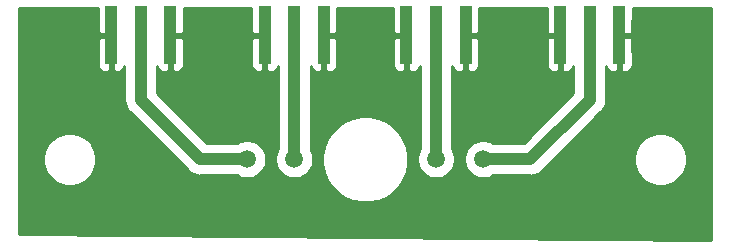
<source format=gbr>
%TF.GenerationSoftware,KiCad,Pcbnew,5.99.0-unknown-bf8a020501~134~ubuntu20.04.1*%
%TF.CreationDate,2022-04-02T16:14:00-07:00*%
%TF.ProjectId,kelvin-probe,6b656c76-696e-42d7-9072-6f62652e6b69,rev?*%
%TF.SameCoordinates,Original*%
%TF.FileFunction,Copper,L1,Top*%
%TF.FilePolarity,Positive*%
%FSLAX46Y46*%
G04 Gerber Fmt 4.6, Leading zero omitted, Abs format (unit mm)*
G04 Created by KiCad (PCBNEW 5.99.0-unknown-bf8a020501~134~ubuntu20.04.1) date 2022-04-02 16:14:00*
%MOMM*%
%LPD*%
G01*
G04 APERTURE LIST*
%TA.AperFunction,ConnectorPad*%
%ADD10R,1.000000X5.000000*%
%TD*%
%TA.AperFunction,ViaPad*%
%ADD11C,1.500000*%
%TD*%
%TA.AperFunction,Conductor*%
%ADD12C,1.000000*%
%TD*%
%TA.AperFunction,Conductor*%
%ADD13C,0.254000*%
%TD*%
G04 APERTURE END LIST*
D10*
%TO.P,J4,2*%
%TO.N,GND*%
X81000000Y-49000000D03*
%TO.P,J4,1*%
%TO.N,Net-(J4-Pad1)*%
X83500000Y-49000000D03*
%TO.P,J4,2*%
%TO.N,GND*%
X86000000Y-49000000D03*
%TD*%
%TO.P,J3,2*%
%TO.N,GND*%
X94000000Y-49000000D03*
%TO.P,J3,1*%
%TO.N,Net-(IP2-Pad1)*%
X96500000Y-49000000D03*
%TO.P,J3,2*%
%TO.N,GND*%
X99000000Y-49000000D03*
%TD*%
%TO.P,J2,2*%
%TO.N,GND*%
X69000000Y-49000000D03*
%TO.P,J2,1*%
%TO.N,Net-(J2-Pad1)*%
X71500000Y-49000000D03*
%TO.P,J2,2*%
%TO.N,GND*%
X74000000Y-49000000D03*
%TD*%
%TO.P,J1,2*%
%TO.N,GND*%
X56000000Y-49000000D03*
%TO.P,J1,1*%
%TO.N,Net-(IP1-Pad1)*%
X58500000Y-49000000D03*
%TO.P,J1,2*%
%TO.N,GND*%
X61000000Y-49000000D03*
%TD*%
D11*
%TO.N,Net-(IP1-Pad1)*%
X67500000Y-59500000D03*
%TO.N,Net-(J2-Pad1)*%
X71500000Y-59500000D03*
%TO.N,Net-(IP2-Pad1)*%
X87500000Y-59500000D03*
%TO.N,Net-(J4-Pad1)*%
X83500000Y-59500000D03*
%TD*%
D12*
%TO.N,Net-(IP1-Pad1)*%
X67500000Y-59500000D02*
X63500000Y-59500000D01*
X63500000Y-59500000D02*
X58500000Y-54500000D01*
X58500000Y-54500000D02*
X58500000Y-49000000D01*
%TO.N,Net-(J2-Pad1)*%
X71500000Y-59500000D02*
X71500000Y-49000000D01*
%TO.N,Net-(IP2-Pad1)*%
X87500000Y-59500000D02*
X91500000Y-59500000D01*
X96500000Y-54500000D02*
X96500000Y-49000000D01*
X91500000Y-59500000D02*
X96500000Y-54500000D01*
%TO.N,Net-(J4-Pad1)*%
X83500000Y-59500000D02*
X83500000Y-49000000D01*
%TD*%
%TO.N,GND*%
D13*
X54865000Y-48714250D02*
X55023750Y-48873000D01*
X55873000Y-48873000D01*
X55873000Y-48853000D01*
X56127000Y-48853000D01*
X56127000Y-48873000D01*
X56147000Y-48873000D01*
X56147000Y-49127000D01*
X56127000Y-49127000D01*
X56127000Y-51976250D01*
X56285750Y-52135000D01*
X56500000Y-52138072D01*
X56624482Y-52125812D01*
X56744180Y-52089502D01*
X56854494Y-52030537D01*
X56951185Y-51951185D01*
X57030537Y-51854494D01*
X57089502Y-51744180D01*
X57123001Y-51633750D01*
X57123000Y-54432360D01*
X57116338Y-54500000D01*
X57142925Y-54769939D01*
X57221663Y-55029504D01*
X57349527Y-55268720D01*
X57521603Y-55478396D01*
X57574146Y-55521517D01*
X62478483Y-60425855D01*
X62521603Y-60478397D01*
X62731279Y-60650473D01*
X62943248Y-60763773D01*
X62970495Y-60778337D01*
X63230060Y-60857075D01*
X63500000Y-60883662D01*
X63567640Y-60877000D01*
X66632305Y-60877000D01*
X66729327Y-60941828D01*
X67025422Y-61064475D01*
X67339755Y-61127000D01*
X67660245Y-61127000D01*
X67974578Y-61064475D01*
X68270673Y-60941828D01*
X68537152Y-60763773D01*
X68763773Y-60537152D01*
X68941828Y-60270673D01*
X69064475Y-59974578D01*
X69127000Y-59660245D01*
X69127000Y-59339755D01*
X69064475Y-59025422D01*
X68941828Y-58729327D01*
X68763773Y-58462848D01*
X68537152Y-58236227D01*
X68270673Y-58058172D01*
X67974578Y-57935525D01*
X67660245Y-57873000D01*
X67339755Y-57873000D01*
X67025422Y-57935525D01*
X66729327Y-58058172D01*
X66632305Y-58123000D01*
X64070372Y-58123000D01*
X59877000Y-53929629D01*
X59877000Y-51633752D01*
X59910498Y-51744180D01*
X59969463Y-51854494D01*
X60048815Y-51951185D01*
X60145506Y-52030537D01*
X60255820Y-52089502D01*
X60375518Y-52125812D01*
X60500000Y-52138072D01*
X60714250Y-52135000D01*
X60873000Y-51976250D01*
X60873000Y-49127000D01*
X61127000Y-49127000D01*
X61127000Y-51976250D01*
X61285750Y-52135000D01*
X61500000Y-52138072D01*
X61624482Y-52125812D01*
X61744180Y-52089502D01*
X61854494Y-52030537D01*
X61951185Y-51951185D01*
X62030537Y-51854494D01*
X62089502Y-51744180D01*
X62125812Y-51624482D01*
X62138072Y-51500000D01*
X67861928Y-51500000D01*
X67874188Y-51624482D01*
X67910498Y-51744180D01*
X67969463Y-51854494D01*
X68048815Y-51951185D01*
X68145506Y-52030537D01*
X68255820Y-52089502D01*
X68375518Y-52125812D01*
X68500000Y-52138072D01*
X68714250Y-52135000D01*
X68873000Y-51976250D01*
X68873000Y-49127000D01*
X68023750Y-49127000D01*
X67865000Y-49285750D01*
X67861928Y-51500000D01*
X62138072Y-51500000D01*
X62135000Y-49285750D01*
X61976250Y-49127000D01*
X61127000Y-49127000D01*
X60873000Y-49127000D01*
X60853000Y-49127000D01*
X60853000Y-48873000D01*
X60873000Y-48873000D01*
X60873000Y-48853000D01*
X61127000Y-48853000D01*
X61127000Y-48873000D01*
X61976250Y-48873000D01*
X62135000Y-48714250D01*
X62137815Y-46685000D01*
X67862185Y-46685000D01*
X67865000Y-48714250D01*
X68023750Y-48873000D01*
X68873000Y-48873000D01*
X68873000Y-48853000D01*
X69127000Y-48853000D01*
X69127000Y-48873000D01*
X69147000Y-48873000D01*
X69147000Y-49127000D01*
X69127000Y-49127000D01*
X69127000Y-51976250D01*
X69285750Y-52135000D01*
X69500000Y-52138072D01*
X69624482Y-52125812D01*
X69744180Y-52089502D01*
X69854494Y-52030537D01*
X69951185Y-51951185D01*
X70030537Y-51854494D01*
X70089502Y-51744180D01*
X70123001Y-51633750D01*
X70123000Y-58632305D01*
X70058172Y-58729327D01*
X69935525Y-59025422D01*
X69873000Y-59339755D01*
X69873000Y-59660245D01*
X69935525Y-59974578D01*
X70058172Y-60270673D01*
X70236227Y-60537152D01*
X70462848Y-60763773D01*
X70729327Y-60941828D01*
X71025422Y-61064475D01*
X71339755Y-61127000D01*
X71660245Y-61127000D01*
X71974578Y-61064475D01*
X72270673Y-60941828D01*
X72537152Y-60763773D01*
X72763773Y-60537152D01*
X72941828Y-60270673D01*
X73064475Y-59974578D01*
X73127000Y-59660245D01*
X73127000Y-59339755D01*
X73087127Y-59139297D01*
X73837720Y-59139297D01*
X73837720Y-59860703D01*
X73978460Y-60568248D01*
X74254530Y-61234740D01*
X74655322Y-61834567D01*
X75165433Y-62344678D01*
X75765260Y-62745470D01*
X76431752Y-63021540D01*
X77139297Y-63162280D01*
X77860703Y-63162280D01*
X78568248Y-63021540D01*
X79234740Y-62745470D01*
X79834567Y-62344678D01*
X80344678Y-61834567D01*
X80745470Y-61234740D01*
X81021540Y-60568248D01*
X81162280Y-59860703D01*
X81162280Y-59139297D01*
X81021540Y-58431752D01*
X80745470Y-57765260D01*
X80344678Y-57165433D01*
X79834567Y-56655322D01*
X79234740Y-56254530D01*
X78568248Y-55978460D01*
X77860703Y-55837720D01*
X77139297Y-55837720D01*
X76431752Y-55978460D01*
X75765260Y-56254530D01*
X75165433Y-56655322D01*
X74655322Y-57165433D01*
X74254530Y-57765260D01*
X73978460Y-58431752D01*
X73837720Y-59139297D01*
X73087127Y-59139297D01*
X73064475Y-59025422D01*
X72941828Y-58729327D01*
X72877000Y-58632305D01*
X72877000Y-51633752D01*
X72910498Y-51744180D01*
X72969463Y-51854494D01*
X73048815Y-51951185D01*
X73145506Y-52030537D01*
X73255820Y-52089502D01*
X73375518Y-52125812D01*
X73500000Y-52138072D01*
X73714250Y-52135000D01*
X73873000Y-51976250D01*
X73873000Y-49127000D01*
X74127000Y-49127000D01*
X74127000Y-51976250D01*
X74285750Y-52135000D01*
X74500000Y-52138072D01*
X74624482Y-52125812D01*
X74744180Y-52089502D01*
X74854494Y-52030537D01*
X74951185Y-51951185D01*
X75030537Y-51854494D01*
X75089502Y-51744180D01*
X75125812Y-51624482D01*
X75138072Y-51500000D01*
X79861928Y-51500000D01*
X79874188Y-51624482D01*
X79910498Y-51744180D01*
X79969463Y-51854494D01*
X80048815Y-51951185D01*
X80145506Y-52030537D01*
X80255820Y-52089502D01*
X80375518Y-52125812D01*
X80500000Y-52138072D01*
X80714250Y-52135000D01*
X80873000Y-51976250D01*
X80873000Y-49127000D01*
X80023750Y-49127000D01*
X79865000Y-49285750D01*
X79861928Y-51500000D01*
X75138072Y-51500000D01*
X75135000Y-49285750D01*
X74976250Y-49127000D01*
X74127000Y-49127000D01*
X73873000Y-49127000D01*
X73853000Y-49127000D01*
X73853000Y-48873000D01*
X73873000Y-48873000D01*
X73873000Y-48853000D01*
X74127000Y-48853000D01*
X74127000Y-48873000D01*
X74976250Y-48873000D01*
X75135000Y-48714250D01*
X75137815Y-46685000D01*
X79862185Y-46685000D01*
X79865000Y-48714250D01*
X80023750Y-48873000D01*
X80873000Y-48873000D01*
X80873000Y-48853000D01*
X81127000Y-48853000D01*
X81127000Y-48873000D01*
X81147000Y-48873000D01*
X81147000Y-49127000D01*
X81127000Y-49127000D01*
X81127000Y-51976250D01*
X81285750Y-52135000D01*
X81500000Y-52138072D01*
X81624482Y-52125812D01*
X81744180Y-52089502D01*
X81854494Y-52030537D01*
X81951185Y-51951185D01*
X82030537Y-51854494D01*
X82089502Y-51744180D01*
X82123001Y-51633750D01*
X82123000Y-58632305D01*
X82058172Y-58729327D01*
X81935525Y-59025422D01*
X81873000Y-59339755D01*
X81873000Y-59660245D01*
X81935525Y-59974578D01*
X82058172Y-60270673D01*
X82236227Y-60537152D01*
X82462848Y-60763773D01*
X82729327Y-60941828D01*
X83025422Y-61064475D01*
X83339755Y-61127000D01*
X83660245Y-61127000D01*
X83974578Y-61064475D01*
X84270673Y-60941828D01*
X84537152Y-60763773D01*
X84763773Y-60537152D01*
X84941828Y-60270673D01*
X85064475Y-59974578D01*
X85127000Y-59660245D01*
X85127000Y-59339755D01*
X85064475Y-59025422D01*
X84941828Y-58729327D01*
X84877000Y-58632305D01*
X84877000Y-51633752D01*
X84910498Y-51744180D01*
X84969463Y-51854494D01*
X85048815Y-51951185D01*
X85145506Y-52030537D01*
X85255820Y-52089502D01*
X85375518Y-52125812D01*
X85500000Y-52138072D01*
X85714250Y-52135000D01*
X85873000Y-51976250D01*
X85873000Y-49127000D01*
X86127000Y-49127000D01*
X86127000Y-51976250D01*
X86285750Y-52135000D01*
X86500000Y-52138072D01*
X86624482Y-52125812D01*
X86744180Y-52089502D01*
X86854494Y-52030537D01*
X86951185Y-51951185D01*
X87030537Y-51854494D01*
X87089502Y-51744180D01*
X87125812Y-51624482D01*
X87138072Y-51500000D01*
X92861928Y-51500000D01*
X92874188Y-51624482D01*
X92910498Y-51744180D01*
X92969463Y-51854494D01*
X93048815Y-51951185D01*
X93145506Y-52030537D01*
X93255820Y-52089502D01*
X93375518Y-52125812D01*
X93500000Y-52138072D01*
X93714250Y-52135000D01*
X93873000Y-51976250D01*
X93873000Y-49127000D01*
X93023750Y-49127000D01*
X92865000Y-49285750D01*
X92861928Y-51500000D01*
X87138072Y-51500000D01*
X87135000Y-49285750D01*
X86976250Y-49127000D01*
X86127000Y-49127000D01*
X85873000Y-49127000D01*
X85853000Y-49127000D01*
X85853000Y-48873000D01*
X85873000Y-48873000D01*
X85873000Y-48853000D01*
X86127000Y-48853000D01*
X86127000Y-48873000D01*
X86976250Y-48873000D01*
X87135000Y-48714250D01*
X87137815Y-46685000D01*
X92862185Y-46685000D01*
X92865000Y-48714250D01*
X93023750Y-48873000D01*
X93873000Y-48873000D01*
X93873000Y-48853000D01*
X94127000Y-48853000D01*
X94127000Y-48873000D01*
X94147000Y-48873000D01*
X94147000Y-49127000D01*
X94127000Y-49127000D01*
X94127000Y-51976250D01*
X94285750Y-52135000D01*
X94500000Y-52138072D01*
X94624482Y-52125812D01*
X94744180Y-52089502D01*
X94854494Y-52030537D01*
X94951185Y-51951185D01*
X95030537Y-51854494D01*
X95089502Y-51744180D01*
X95123001Y-51633750D01*
X95123000Y-53929628D01*
X90929629Y-58123000D01*
X88367695Y-58123000D01*
X88270673Y-58058172D01*
X87974578Y-57935525D01*
X87660245Y-57873000D01*
X87339755Y-57873000D01*
X87025422Y-57935525D01*
X86729327Y-58058172D01*
X86462848Y-58236227D01*
X86236227Y-58462848D01*
X86058172Y-58729327D01*
X85935525Y-59025422D01*
X85873000Y-59339755D01*
X85873000Y-59660245D01*
X85935525Y-59974578D01*
X86058172Y-60270673D01*
X86236227Y-60537152D01*
X86462848Y-60763773D01*
X86729327Y-60941828D01*
X87025422Y-61064475D01*
X87339755Y-61127000D01*
X87660245Y-61127000D01*
X87974578Y-61064475D01*
X88270673Y-60941828D01*
X88367695Y-60877000D01*
X91432360Y-60877000D01*
X91500000Y-60883662D01*
X91769939Y-60857075D01*
X92029505Y-60778337D01*
X92268721Y-60650473D01*
X92478397Y-60478397D01*
X92521521Y-60425850D01*
X93669001Y-59278370D01*
X100249749Y-59278370D01*
X100249749Y-59721630D01*
X100336225Y-60156374D01*
X100505853Y-60565894D01*
X100752116Y-60934451D01*
X101065549Y-61247884D01*
X101434106Y-61494147D01*
X101843626Y-61663775D01*
X102278370Y-61750251D01*
X102721630Y-61750251D01*
X103156374Y-61663775D01*
X103565894Y-61494147D01*
X103934451Y-61247884D01*
X104247884Y-60934451D01*
X104494147Y-60565894D01*
X104663775Y-60156374D01*
X104750251Y-59721630D01*
X104750251Y-59278370D01*
X104663775Y-58843626D01*
X104494147Y-58434106D01*
X104247884Y-58065549D01*
X103934451Y-57752116D01*
X103565894Y-57505853D01*
X103156374Y-57336225D01*
X102721630Y-57249749D01*
X102278370Y-57249749D01*
X101843626Y-57336225D01*
X101434106Y-57505853D01*
X101065549Y-57752116D01*
X100752116Y-58065549D01*
X100505853Y-58434106D01*
X100336225Y-58843626D01*
X100249749Y-59278370D01*
X93669001Y-59278370D01*
X97425860Y-55521512D01*
X97478396Y-55478397D01*
X97650473Y-55268721D01*
X97778337Y-55029505D01*
X97857075Y-54769939D01*
X97877000Y-54567640D01*
X97877000Y-54567639D01*
X97883662Y-54500000D01*
X97877000Y-54432360D01*
X97877000Y-51633752D01*
X97910498Y-51744180D01*
X97969463Y-51854494D01*
X98048815Y-51951185D01*
X98145506Y-52030537D01*
X98255820Y-52089502D01*
X98375518Y-52125812D01*
X98500000Y-52138072D01*
X98714250Y-52135000D01*
X98873000Y-51976250D01*
X98873000Y-49127000D01*
X99127000Y-49127000D01*
X99127000Y-51976250D01*
X99285750Y-52135000D01*
X99500000Y-52138072D01*
X99624482Y-52125812D01*
X99744180Y-52089502D01*
X99854494Y-52030537D01*
X99951185Y-51951185D01*
X100030537Y-51854494D01*
X100089502Y-51744180D01*
X100125812Y-51624482D01*
X100138072Y-51500000D01*
X100135000Y-49285750D01*
X99976250Y-49127000D01*
X99127000Y-49127000D01*
X98873000Y-49127000D01*
X98853000Y-49127000D01*
X98853000Y-48873000D01*
X98873000Y-48873000D01*
X98873000Y-48853000D01*
X99127000Y-48853000D01*
X99127000Y-48873000D01*
X99976250Y-48873000D01*
X100135000Y-48714250D01*
X100137815Y-46685000D01*
X106815000Y-46685000D01*
X106815001Y-66309269D01*
X48185000Y-65820685D01*
X48185000Y-59278370D01*
X50249749Y-59278370D01*
X50249749Y-59721630D01*
X50336225Y-60156374D01*
X50505853Y-60565894D01*
X50752116Y-60934451D01*
X51065549Y-61247884D01*
X51434106Y-61494147D01*
X51843626Y-61663775D01*
X52278370Y-61750251D01*
X52721630Y-61750251D01*
X53156374Y-61663775D01*
X53565894Y-61494147D01*
X53934451Y-61247884D01*
X54247884Y-60934451D01*
X54494147Y-60565894D01*
X54663775Y-60156374D01*
X54750251Y-59721630D01*
X54750251Y-59278370D01*
X54663775Y-58843626D01*
X54494147Y-58434106D01*
X54247884Y-58065549D01*
X53934451Y-57752116D01*
X53565894Y-57505853D01*
X53156374Y-57336225D01*
X52721630Y-57249749D01*
X52278370Y-57249749D01*
X51843626Y-57336225D01*
X51434106Y-57505853D01*
X51065549Y-57752116D01*
X50752116Y-58065549D01*
X50505853Y-58434106D01*
X50336225Y-58843626D01*
X50249749Y-59278370D01*
X48185000Y-59278370D01*
X48185000Y-51500000D01*
X54861928Y-51500000D01*
X54874188Y-51624482D01*
X54910498Y-51744180D01*
X54969463Y-51854494D01*
X55048815Y-51951185D01*
X55145506Y-52030537D01*
X55255820Y-52089502D01*
X55375518Y-52125812D01*
X55500000Y-52138072D01*
X55714250Y-52135000D01*
X55873000Y-51976250D01*
X55873000Y-49127000D01*
X55023750Y-49127000D01*
X54865000Y-49285750D01*
X54861928Y-51500000D01*
X48185000Y-51500000D01*
X48185000Y-46685000D01*
X54862185Y-46685000D01*
X54865000Y-48714250D02*
X54862185Y-46685000D01*
%TA.AperFunction,Conductor*%
G36*
X54865000Y-48714250D02*
G01*
X55023750Y-48873000D01*
X55873000Y-48873000D01*
X55873000Y-48853000D01*
X56127000Y-48853000D01*
X56127000Y-48873000D01*
X56147000Y-48873000D01*
X56147000Y-49127000D01*
X56127000Y-49127000D01*
X56127000Y-51976250D01*
X56285750Y-52135000D01*
X56500000Y-52138072D01*
X56624482Y-52125812D01*
X56744180Y-52089502D01*
X56854494Y-52030537D01*
X56951185Y-51951185D01*
X57030537Y-51854494D01*
X57089502Y-51744180D01*
X57123001Y-51633750D01*
X57123000Y-54432360D01*
X57116338Y-54500000D01*
X57142925Y-54769939D01*
X57221663Y-55029504D01*
X57349527Y-55268720D01*
X57521603Y-55478396D01*
X57574146Y-55521517D01*
X62478483Y-60425855D01*
X62521603Y-60478397D01*
X62731279Y-60650473D01*
X62943248Y-60763773D01*
X62970495Y-60778337D01*
X63230060Y-60857075D01*
X63500000Y-60883662D01*
X63567640Y-60877000D01*
X66632305Y-60877000D01*
X66729327Y-60941828D01*
X67025422Y-61064475D01*
X67339755Y-61127000D01*
X67660245Y-61127000D01*
X67974578Y-61064475D01*
X68270673Y-60941828D01*
X68537152Y-60763773D01*
X68763773Y-60537152D01*
X68941828Y-60270673D01*
X69064475Y-59974578D01*
X69127000Y-59660245D01*
X69127000Y-59339755D01*
X69064475Y-59025422D01*
X68941828Y-58729327D01*
X68763773Y-58462848D01*
X68537152Y-58236227D01*
X68270673Y-58058172D01*
X67974578Y-57935525D01*
X67660245Y-57873000D01*
X67339755Y-57873000D01*
X67025422Y-57935525D01*
X66729327Y-58058172D01*
X66632305Y-58123000D01*
X64070372Y-58123000D01*
X59877000Y-53929629D01*
X59877000Y-51633752D01*
X59910498Y-51744180D01*
X59969463Y-51854494D01*
X60048815Y-51951185D01*
X60145506Y-52030537D01*
X60255820Y-52089502D01*
X60375518Y-52125812D01*
X60500000Y-52138072D01*
X60714250Y-52135000D01*
X60873000Y-51976250D01*
X60873000Y-49127000D01*
X61127000Y-49127000D01*
X61127000Y-51976250D01*
X61285750Y-52135000D01*
X61500000Y-52138072D01*
X61624482Y-52125812D01*
X61744180Y-52089502D01*
X61854494Y-52030537D01*
X61951185Y-51951185D01*
X62030537Y-51854494D01*
X62089502Y-51744180D01*
X62125812Y-51624482D01*
X62138072Y-51500000D01*
X67861928Y-51500000D01*
X67874188Y-51624482D01*
X67910498Y-51744180D01*
X67969463Y-51854494D01*
X68048815Y-51951185D01*
X68145506Y-52030537D01*
X68255820Y-52089502D01*
X68375518Y-52125812D01*
X68500000Y-52138072D01*
X68714250Y-52135000D01*
X68873000Y-51976250D01*
X68873000Y-49127000D01*
X68023750Y-49127000D01*
X67865000Y-49285750D01*
X67861928Y-51500000D01*
X62138072Y-51500000D01*
X62135000Y-49285750D01*
X61976250Y-49127000D01*
X61127000Y-49127000D01*
X60873000Y-49127000D01*
X60853000Y-49127000D01*
X60853000Y-48873000D01*
X60873000Y-48873000D01*
X60873000Y-48853000D01*
X61127000Y-48853000D01*
X61127000Y-48873000D01*
X61976250Y-48873000D01*
X62135000Y-48714250D01*
X62137815Y-46685000D01*
X67862185Y-46685000D01*
X67865000Y-48714250D01*
X68023750Y-48873000D01*
X68873000Y-48873000D01*
X68873000Y-48853000D01*
X69127000Y-48853000D01*
X69127000Y-48873000D01*
X69147000Y-48873000D01*
X69147000Y-49127000D01*
X69127000Y-49127000D01*
X69127000Y-51976250D01*
X69285750Y-52135000D01*
X69500000Y-52138072D01*
X69624482Y-52125812D01*
X69744180Y-52089502D01*
X69854494Y-52030537D01*
X69951185Y-51951185D01*
X70030537Y-51854494D01*
X70089502Y-51744180D01*
X70123001Y-51633750D01*
X70123000Y-58632305D01*
X70058172Y-58729327D01*
X69935525Y-59025422D01*
X69873000Y-59339755D01*
X69873000Y-59660245D01*
X69935525Y-59974578D01*
X70058172Y-60270673D01*
X70236227Y-60537152D01*
X70462848Y-60763773D01*
X70729327Y-60941828D01*
X71025422Y-61064475D01*
X71339755Y-61127000D01*
X71660245Y-61127000D01*
X71974578Y-61064475D01*
X72270673Y-60941828D01*
X72537152Y-60763773D01*
X72763773Y-60537152D01*
X72941828Y-60270673D01*
X73064475Y-59974578D01*
X73127000Y-59660245D01*
X73127000Y-59339755D01*
X73087127Y-59139297D01*
X73837720Y-59139297D01*
X73837720Y-59860703D01*
X73978460Y-60568248D01*
X74254530Y-61234740D01*
X74655322Y-61834567D01*
X75165433Y-62344678D01*
X75765260Y-62745470D01*
X76431752Y-63021540D01*
X77139297Y-63162280D01*
X77860703Y-63162280D01*
X78568248Y-63021540D01*
X79234740Y-62745470D01*
X79834567Y-62344678D01*
X80344678Y-61834567D01*
X80745470Y-61234740D01*
X81021540Y-60568248D01*
X81162280Y-59860703D01*
X81162280Y-59139297D01*
X81021540Y-58431752D01*
X80745470Y-57765260D01*
X80344678Y-57165433D01*
X79834567Y-56655322D01*
X79234740Y-56254530D01*
X78568248Y-55978460D01*
X77860703Y-55837720D01*
X77139297Y-55837720D01*
X76431752Y-55978460D01*
X75765260Y-56254530D01*
X75165433Y-56655322D01*
X74655322Y-57165433D01*
X74254530Y-57765260D01*
X73978460Y-58431752D01*
X73837720Y-59139297D01*
X73087127Y-59139297D01*
X73064475Y-59025422D01*
X72941828Y-58729327D01*
X72877000Y-58632305D01*
X72877000Y-51633752D01*
X72910498Y-51744180D01*
X72969463Y-51854494D01*
X73048815Y-51951185D01*
X73145506Y-52030537D01*
X73255820Y-52089502D01*
X73375518Y-52125812D01*
X73500000Y-52138072D01*
X73714250Y-52135000D01*
X73873000Y-51976250D01*
X73873000Y-49127000D01*
X74127000Y-49127000D01*
X74127000Y-51976250D01*
X74285750Y-52135000D01*
X74500000Y-52138072D01*
X74624482Y-52125812D01*
X74744180Y-52089502D01*
X74854494Y-52030537D01*
X74951185Y-51951185D01*
X75030537Y-51854494D01*
X75089502Y-51744180D01*
X75125812Y-51624482D01*
X75138072Y-51500000D01*
X79861928Y-51500000D01*
X79874188Y-51624482D01*
X79910498Y-51744180D01*
X79969463Y-51854494D01*
X80048815Y-51951185D01*
X80145506Y-52030537D01*
X80255820Y-52089502D01*
X80375518Y-52125812D01*
X80500000Y-52138072D01*
X80714250Y-52135000D01*
X80873000Y-51976250D01*
X80873000Y-49127000D01*
X80023750Y-49127000D01*
X79865000Y-49285750D01*
X79861928Y-51500000D01*
X75138072Y-51500000D01*
X75135000Y-49285750D01*
X74976250Y-49127000D01*
X74127000Y-49127000D01*
X73873000Y-49127000D01*
X73853000Y-49127000D01*
X73853000Y-48873000D01*
X73873000Y-48873000D01*
X73873000Y-48853000D01*
X74127000Y-48853000D01*
X74127000Y-48873000D01*
X74976250Y-48873000D01*
X75135000Y-48714250D01*
X75137815Y-46685000D01*
X79862185Y-46685000D01*
X79865000Y-48714250D01*
X80023750Y-48873000D01*
X80873000Y-48873000D01*
X80873000Y-48853000D01*
X81127000Y-48853000D01*
X81127000Y-48873000D01*
X81147000Y-48873000D01*
X81147000Y-49127000D01*
X81127000Y-49127000D01*
X81127000Y-51976250D01*
X81285750Y-52135000D01*
X81500000Y-52138072D01*
X81624482Y-52125812D01*
X81744180Y-52089502D01*
X81854494Y-52030537D01*
X81951185Y-51951185D01*
X82030537Y-51854494D01*
X82089502Y-51744180D01*
X82123001Y-51633750D01*
X82123000Y-58632305D01*
X82058172Y-58729327D01*
X81935525Y-59025422D01*
X81873000Y-59339755D01*
X81873000Y-59660245D01*
X81935525Y-59974578D01*
X82058172Y-60270673D01*
X82236227Y-60537152D01*
X82462848Y-60763773D01*
X82729327Y-60941828D01*
X83025422Y-61064475D01*
X83339755Y-61127000D01*
X83660245Y-61127000D01*
X83974578Y-61064475D01*
X84270673Y-60941828D01*
X84537152Y-60763773D01*
X84763773Y-60537152D01*
X84941828Y-60270673D01*
X85064475Y-59974578D01*
X85127000Y-59660245D01*
X85127000Y-59339755D01*
X85064475Y-59025422D01*
X84941828Y-58729327D01*
X84877000Y-58632305D01*
X84877000Y-51633752D01*
X84910498Y-51744180D01*
X84969463Y-51854494D01*
X85048815Y-51951185D01*
X85145506Y-52030537D01*
X85255820Y-52089502D01*
X85375518Y-52125812D01*
X85500000Y-52138072D01*
X85714250Y-52135000D01*
X85873000Y-51976250D01*
X85873000Y-49127000D01*
X86127000Y-49127000D01*
X86127000Y-51976250D01*
X86285750Y-52135000D01*
X86500000Y-52138072D01*
X86624482Y-52125812D01*
X86744180Y-52089502D01*
X86854494Y-52030537D01*
X86951185Y-51951185D01*
X87030537Y-51854494D01*
X87089502Y-51744180D01*
X87125812Y-51624482D01*
X87138072Y-51500000D01*
X92861928Y-51500000D01*
X92874188Y-51624482D01*
X92910498Y-51744180D01*
X92969463Y-51854494D01*
X93048815Y-51951185D01*
X93145506Y-52030537D01*
X93255820Y-52089502D01*
X93375518Y-52125812D01*
X93500000Y-52138072D01*
X93714250Y-52135000D01*
X93873000Y-51976250D01*
X93873000Y-49127000D01*
X93023750Y-49127000D01*
X92865000Y-49285750D01*
X92861928Y-51500000D01*
X87138072Y-51500000D01*
X87135000Y-49285750D01*
X86976250Y-49127000D01*
X86127000Y-49127000D01*
X85873000Y-49127000D01*
X85853000Y-49127000D01*
X85853000Y-48873000D01*
X85873000Y-48873000D01*
X85873000Y-48853000D01*
X86127000Y-48853000D01*
X86127000Y-48873000D01*
X86976250Y-48873000D01*
X87135000Y-48714250D01*
X87137815Y-46685000D01*
X92862185Y-46685000D01*
X92865000Y-48714250D01*
X93023750Y-48873000D01*
X93873000Y-48873000D01*
X93873000Y-48853000D01*
X94127000Y-48853000D01*
X94127000Y-48873000D01*
X94147000Y-48873000D01*
X94147000Y-49127000D01*
X94127000Y-49127000D01*
X94127000Y-51976250D01*
X94285750Y-52135000D01*
X94500000Y-52138072D01*
X94624482Y-52125812D01*
X94744180Y-52089502D01*
X94854494Y-52030537D01*
X94951185Y-51951185D01*
X95030537Y-51854494D01*
X95089502Y-51744180D01*
X95123001Y-51633750D01*
X95123000Y-53929628D01*
X90929629Y-58123000D01*
X88367695Y-58123000D01*
X88270673Y-58058172D01*
X87974578Y-57935525D01*
X87660245Y-57873000D01*
X87339755Y-57873000D01*
X87025422Y-57935525D01*
X86729327Y-58058172D01*
X86462848Y-58236227D01*
X86236227Y-58462848D01*
X86058172Y-58729327D01*
X85935525Y-59025422D01*
X85873000Y-59339755D01*
X85873000Y-59660245D01*
X85935525Y-59974578D01*
X86058172Y-60270673D01*
X86236227Y-60537152D01*
X86462848Y-60763773D01*
X86729327Y-60941828D01*
X87025422Y-61064475D01*
X87339755Y-61127000D01*
X87660245Y-61127000D01*
X87974578Y-61064475D01*
X88270673Y-60941828D01*
X88367695Y-60877000D01*
X91432360Y-60877000D01*
X91500000Y-60883662D01*
X91769939Y-60857075D01*
X92029505Y-60778337D01*
X92268721Y-60650473D01*
X92478397Y-60478397D01*
X92521521Y-60425850D01*
X93669001Y-59278370D01*
X100249749Y-59278370D01*
X100249749Y-59721630D01*
X100336225Y-60156374D01*
X100505853Y-60565894D01*
X100752116Y-60934451D01*
X101065549Y-61247884D01*
X101434106Y-61494147D01*
X101843626Y-61663775D01*
X102278370Y-61750251D01*
X102721630Y-61750251D01*
X103156374Y-61663775D01*
X103565894Y-61494147D01*
X103934451Y-61247884D01*
X104247884Y-60934451D01*
X104494147Y-60565894D01*
X104663775Y-60156374D01*
X104750251Y-59721630D01*
X104750251Y-59278370D01*
X104663775Y-58843626D01*
X104494147Y-58434106D01*
X104247884Y-58065549D01*
X103934451Y-57752116D01*
X103565894Y-57505853D01*
X103156374Y-57336225D01*
X102721630Y-57249749D01*
X102278370Y-57249749D01*
X101843626Y-57336225D01*
X101434106Y-57505853D01*
X101065549Y-57752116D01*
X100752116Y-58065549D01*
X100505853Y-58434106D01*
X100336225Y-58843626D01*
X100249749Y-59278370D01*
X93669001Y-59278370D01*
X97425860Y-55521512D01*
X97478396Y-55478397D01*
X97650473Y-55268721D01*
X97778337Y-55029505D01*
X97857075Y-54769939D01*
X97877000Y-54567640D01*
X97877000Y-54567639D01*
X97883662Y-54500000D01*
X97877000Y-54432360D01*
X97877000Y-51633752D01*
X97910498Y-51744180D01*
X97969463Y-51854494D01*
X98048815Y-51951185D01*
X98145506Y-52030537D01*
X98255820Y-52089502D01*
X98375518Y-52125812D01*
X98500000Y-52138072D01*
X98714250Y-52135000D01*
X98873000Y-51976250D01*
X98873000Y-49127000D01*
X99127000Y-49127000D01*
X99127000Y-51976250D01*
X99285750Y-52135000D01*
X99500000Y-52138072D01*
X99624482Y-52125812D01*
X99744180Y-52089502D01*
X99854494Y-52030537D01*
X99951185Y-51951185D01*
X100030537Y-51854494D01*
X100089502Y-51744180D01*
X100125812Y-51624482D01*
X100138072Y-51500000D01*
X100135000Y-49285750D01*
X99976250Y-49127000D01*
X99127000Y-49127000D01*
X98873000Y-49127000D01*
X98853000Y-49127000D01*
X98853000Y-48873000D01*
X98873000Y-48873000D01*
X98873000Y-48853000D01*
X99127000Y-48853000D01*
X99127000Y-48873000D01*
X99976250Y-48873000D01*
X100135000Y-48714250D01*
X100137815Y-46685000D01*
X106815000Y-46685000D01*
X106815001Y-66309269D01*
X48185000Y-65820685D01*
X48185000Y-59278370D01*
X50249749Y-59278370D01*
X50249749Y-59721630D01*
X50336225Y-60156374D01*
X50505853Y-60565894D01*
X50752116Y-60934451D01*
X51065549Y-61247884D01*
X51434106Y-61494147D01*
X51843626Y-61663775D01*
X52278370Y-61750251D01*
X52721630Y-61750251D01*
X53156374Y-61663775D01*
X53565894Y-61494147D01*
X53934451Y-61247884D01*
X54247884Y-60934451D01*
X54494147Y-60565894D01*
X54663775Y-60156374D01*
X54750251Y-59721630D01*
X54750251Y-59278370D01*
X54663775Y-58843626D01*
X54494147Y-58434106D01*
X54247884Y-58065549D01*
X53934451Y-57752116D01*
X53565894Y-57505853D01*
X53156374Y-57336225D01*
X52721630Y-57249749D01*
X52278370Y-57249749D01*
X51843626Y-57336225D01*
X51434106Y-57505853D01*
X51065549Y-57752116D01*
X50752116Y-58065549D01*
X50505853Y-58434106D01*
X50336225Y-58843626D01*
X50249749Y-59278370D01*
X48185000Y-59278370D01*
X48185000Y-51500000D01*
X54861928Y-51500000D01*
X54874188Y-51624482D01*
X54910498Y-51744180D01*
X54969463Y-51854494D01*
X55048815Y-51951185D01*
X55145506Y-52030537D01*
X55255820Y-52089502D01*
X55375518Y-52125812D01*
X55500000Y-52138072D01*
X55714250Y-52135000D01*
X55873000Y-51976250D01*
X55873000Y-49127000D01*
X55023750Y-49127000D01*
X54865000Y-49285750D01*
X54861928Y-51500000D01*
X48185000Y-51500000D01*
X48185000Y-46685000D01*
X54862185Y-46685000D01*
X54865000Y-48714250D01*
G37*
%TD.AperFunction*%
%TD*%
M02*

</source>
